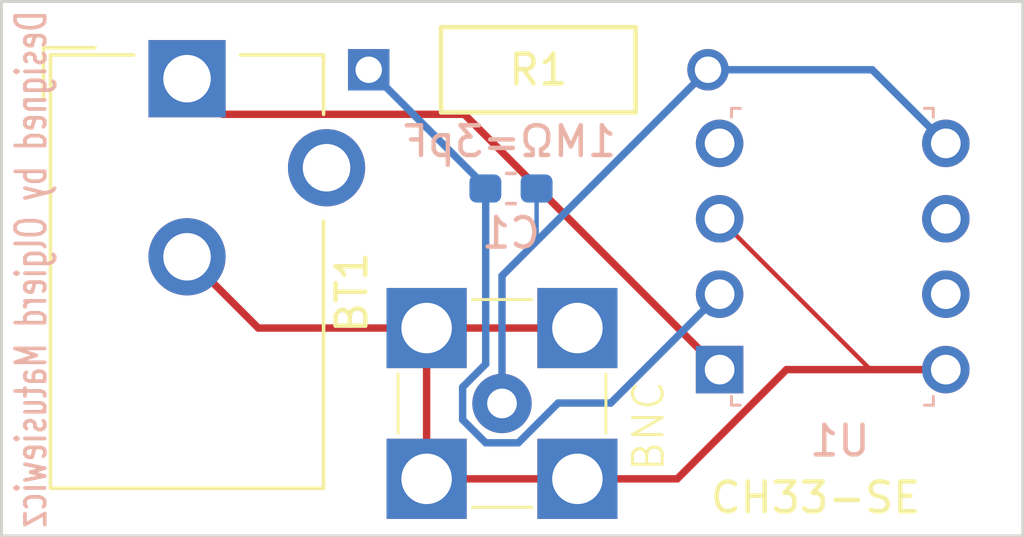
<source format=kicad_pcb>
(kicad_pcb (version 20241229) (generator "pcbnew") (generator_version "9.0")
  (layers (0 "F.Cu" signal) (2 "B.Cu" signal) (13 "F.Paste" user) (15 "B.Paste" user) (5 "F.SilkS" user "F.Silkscreen") (7 "B.SilkS" user "B.Silkscreen") (1 "F.Mask" user) (3 "B.Mask" user) (25 "Edge.Cuts" user))
  (net 0 "")
  (net 1 "GND")
  (net 2 "+9V")
  (net 5 "Net-(U1--IN)")
  (net 7 "Net-(U1-OUT)")
  (footprint "footprints:STA_CF14_STP" (layer "F.Cu") (at 143.57 111.5)
    (property "Reference" "R1" (at 5.715 0 0) (layer "F.SilkS"))
    (property "Value" "CF14JT5M10")
    (fp_line (start 2.4384 -1.4351) (end 2.4384 1.4351) (stroke (width 0.1524)) (layer "F.SilkS"))
    (fp_line (start 2.4384 1.4351) (end 8.9916 1.4351) (stroke (width 0.1524)) (layer "F.SilkS"))
    (fp_line (start 8.9916 -1.4351) (end 2.4384 -1.4351) (stroke (width 0.1524)) (layer "F.SilkS"))
    (fp_line (start 8.9916 1.4351) (end 8.9916 -1.4351) (stroke (width 0.1524)) (layer "F.SilkS"))
    (pad "1" thru_hole rect (at 0 0) (size 1.397 1.397) (drill 0.889) (layers "*.Cu" "*.Mask") (net 5 "Net-(U1--IN)"))
    (pad "2" thru_hole circle (at 11.43 0) (size 1.397 1.397) (drill 0.889) (layers "*.Cu" "*.Mask") (net 7 "Net-(U1-OUT)"))
  )
  (footprint "RF_Connectors_Footprints:SMB_Molex_0731000103_THT_RA" (layer "F.Cu") (at 148.06 122.74 180)
    (property "Reference" "BNC" (at -4.94 -0.76 90) (layer "F.SilkS") (effects (font (thickness 0.1))))
    (property "Value" "~" (hide yes))
    (fp_line (start 3.5 -1) (end 3.5 1) (stroke (width 0.1)) (layer "F.SilkS"))
    (fp_line (start 1 3.5) (end -1 3.5) (stroke (width 0.1)) (layer "F.SilkS"))
    (fp_line (start 1 -3.5) (end -1 -3.5) (stroke (width 0.1)) (layer "F.SilkS"))
    (fp_line (start -3.5 -1) (end -3.5 1) (stroke (width 0.1)) (layer "F.SilkS"))
    (pad "1" thru_hole rect (at -2.54 -2.54 270) (size 2.7 2.7) (drill 1.7) (layers "*.Cu" "*.Mask") (net 1 "GND"))
    (pad "1" thru_hole rect (at -2.54 2.54 270) (size 2.7 2.7) (drill 1.7) (layers "*.Cu" "*.Mask") (net 1 "GND"))
    (pad "1" thru_hole rect (at 2.54 -2.54 270) (size 2.7 2.7) (drill 1.7) (layers "*.Cu" "*.Mask") (net 1 "GND"))
    (pad "1" thru_hole rect (at 2.54 2.54 270) (size 2.7 2.7) (drill 1.7) (layers "*.Cu" "*.Mask") (net 1 "GND"))
    (pad "2" thru_hole circle (at 0 0 180) (size 2 2) (drill 1) (layers "*.Cu" "*.Mask") (net 7 "Net-(U1-OUT)"))
  )
  (footprint "Connector_BarrelJack:BarrelJack_CUI_PJ-102AH_Horizontal" (layer "F.Cu") (at 137.45 111.8)
    (property "Reference" "BT1" (at 5.55 7.2 90) (layer "F.SilkS"))
    (property "Value" "Battery_Cell")
    (fp_line (start -4.84 -1.04) (end -3.1 -1.04) (stroke (width 0.12)) (layer "F.SilkS"))
    (fp_line (start -4.84 0.7) (end -4.84 -1.04) (stroke (width 0.12)) (layer "F.SilkS"))
    (fp_line (start -4.6 -0.8) (end -1.8 -0.8) (stroke (width 0.12)) (layer "F.SilkS"))
    (fp_line (start -4.6 13.8) (end -4.6 -0.8) (stroke (width 0.12)) (layer "F.SilkS"))
    (fp_line (start 1.8 -0.8) (end 4.6 -0.8) (stroke (width 0.12)) (layer "F.SilkS"))
    (fp_line (start 4.6 -0.8) (end 4.6 1.2) (stroke (width 0.12)) (layer "F.SilkS"))
    (fp_line (start 4.6 4.8) (end 4.6 13.8) (stroke (width 0.12)) (layer "F.SilkS"))
    (fp_line (start 4.6 13.8) (end -4.6 13.8) (stroke (width 0.12)) (layer "F.SilkS"))
    (pad "1" thru_hole rect (at 0 0) (size 2.6 2.6) (drill 1.6) (layers "*.Cu" "*.Mask") (net 2 "+9V"))
    (pad "2" thru_hole circle (at 0 6) (size 2.6 2.6) (drill 1.6) (layers "*.Cu" "*.Mask") (net 1 "GND"))
    (pad "3" thru_hole circle (at 4.7 3) (size 2.6 2.6) (drill 1.6) (layers "*.Cu" "*.Mask"))
  )
  (footprint "Capacitor_SMD:C_0603_1608Metric_Pad1.08x0.95mm_HandSolder" (layer "B.Cu") (at 148.3625 115.5 180)
    (property "Reference" "C1" (at 0 -1.5 0) (layer "B.SilkS") (effects (justify mirror)))
    (property "Value" "C")
    (fp_line (start -0.146267 0.51) (end 0.146267 0.51) (stroke (width 0.12)) (layer "B.SilkS"))
    (fp_line (start -0.146267 -0.51) (end 0.146267 -0.51) (stroke (width 0.12)) (layer "B.SilkS"))
    (pad "1" smd roundrect (at -0.8625 0 180) (size 1.075 0.95) (layers "B.Cu" "B.Mask" "B.Paste") (net 7 "Net-(U1-OUT)"))
    (pad "2" smd roundrect (at 0.8625 0 180) (size 1.075 0.95) (layers "B.Cu" "B.Mask" "B.Paste") (net 5 "Net-(U1--IN)"))
  )
  (footprint "digikey-footprints:DIP-8_W7.62mm" (layer "B.Cu") (at 155.39 121.6)
    (property "Reference" "U1" (at 4.05 2.4 180) (layer "B.SilkS") (effects (justify mirror)))
    (property "Value" "OPT101P")
    (fp_line (start 0.4 -8.8) (end 0.7 -8.8) (stroke (width 0.1)) (layer "B.SilkS"))
    (fp_line (start 0.4 -8.5) (end 0.4 -8.8) (stroke (width 0.1)) (layer "B.SilkS"))
    (fp_line (start 0.4 0.9) (end 0.4 1.2) (stroke (width 0.1)) (layer "B.SilkS"))
    (fp_line (start 0.4 1.2) (end 0.7 1.2) (stroke (width 0.1)) (layer "B.SilkS"))
    (fp_line (start 7.2 -8.8) (end 6.9 -8.8) (stroke (width 0.1)) (layer "B.SilkS"))
    (fp_line (start 7.2 -8.5) (end 7.2 -8.8) (stroke (width 0.1)) (layer "B.SilkS"))
    (fp_line (start 7.2 0.9) (end 7.2 1.2) (stroke (width 0.1)) (layer "B.SilkS"))
    (fp_line (start 7.2 1.2) (end 6.9 1.2) (stroke (width 0.1)) (layer "B.SilkS"))
    (pad "1" thru_hole rect (at 0 0) (size 1.6 1.6) (drill 1) (layers "*.Cu" "*.Mask") (net 2 "+9V"))
    (pad "2" thru_hole circle (at 0 -2.54) (size 1.6 1.6) (drill 1) (layers "*.Cu" "*.Mask") (net 5 "Net-(U1--IN)"))
    (pad "3" thru_hole circle (at 0 -5.08) (size 1.6 1.6) (drill 1) (layers "*.Cu" "*.Mask") (net 1 "GND"))
    (pad "4" thru_hole circle (at 0 -7.62) (size 1.6 1.6) (drill 1) (layers "*.Cu" "*.Mask"))
    (pad "5" thru_hole circle (at 7.62 -7.62) (size 1.6 1.6) (drill 1) (layers "*.Cu" "*.Mask") (net 7 "Net-(U1-OUT)"))
    (pad "6" thru_hole circle (at 7.62 -5.08) (size 1.6 1.6) (drill 1) (layers "*.Cu" "*.Mask"))
    (pad "7" thru_hole circle (at 7.62 -2.54) (size 1.6 1.6) (drill 1) (layers "*.Cu" "*.Mask"))
    (pad "8" thru_hole circle (at 7.62 0) (size 1.6 1.6) (drill 1) (layers "*.Cu" "*.Mask") (net 1 "GND"))
  )
  (gr_rect (start 131.2 109.2) (end 165.6 127.2) (stroke (width 0.1)) (fill no) (layer "Edge.Cuts"))
  (gr_text "CH33-SE" (at 155 126.5 0) (layer "F.SilkS") (effects (font (size 1 1)) (justify left bottom)))
  (gr_text "1MΩ=3pF" (at 152 114.5 0) (layer "B.SilkS") (effects (font (size 1 1)) (justify left bottom mirror)))
  (gr_text "Designed by Olgierd Matusiewicz" (at 132.786778 109.437518 90) (layer "B.SilkS") (effects (font (size 1 0.7) (thickness 0.125)) (justify left bottom mirror)))
  (segment (start 157.642 121.6) (end 163.01 121.6) (width 0.25) (layer "F.Cu") (net 1))
  (segment (start 145.52 120.2) (end 145.52 125.28) (width 0.25) (layer "F.Cu") (net 1))
  (segment (start 150.6 125.28) (end 144.93 125.28) (width 0.25) (layer "F.Cu") (net 1))
  (segment (start 160.47 121.6) (end 155.39 116.52) (width 0.15) (layer "F.Cu") (net 1))
  (segment (start 163.01 121.6) (end 160.47 121.6) (width 0.15) (layer "F.Cu") (net 1))
  (segment (start 139.85 120.2) (end 137.45 117.8) (width 0.25) (layer "F.Cu") (net 1))
  (segment (start 145.52 120.2) (end 139.85 120.2) (width 0.25) (layer "F.Cu") (net 1))
  (segment (start 150.6 120.2) (end 145.52 120.2) (width 0.25) (layer "F.Cu") (net 1))
  (segment (start 153.962 125.28) (end 157.642 121.6) (width 0.25) (layer "F.Cu") (net 1))
  (segment (start 150.6 125.28) (end 153.962 125.28) (width 0.25) (layer "F.Cu") (net 1))
  (segment (start 155.39 121.39) (end 155.39 121.6) (width 0.25) (layer "F.Cu") (net 2))
  (segment (start 138.65 113) (end 137.45 111.8) (width 0.25) (layer "F.Cu") (net 2))
  (segment (start 146.79 113) (end 138.65 113) (width 0.25) (layer "F.Cu") (net 2))
  (segment (start 137.45 111.8) (end 137.45 112.45) (width 0.25) (layer "F.Cu") (net 2))
  (segment (start 155.39 121.6) (end 146.79 113) (width 0.25) (layer "F.Cu") (net 2))
  (segment (start 146.734 123.289248) (end 147.510752 124.066) (width 0.25) (layer "B.Cu") (net 5))
  (segment (start 148.609248 124.066) (end 149.949248 122.726) (width 0.25) (layer "B.Cu") (net 5))
  (segment (start 147.510752 115.440752) (end 147.510752 121.414) (width 0.25) (layer "B.Cu") (net 5))
  (segment (start 147.510752 121.414) (end 146.734 122.190752) (width 0.25) (layer "B.Cu") (net 5))
  (segment (start 151.724 122.726) (end 155.39 119.06) (width 0.25) (layer "B.Cu") (net 5))
  (segment (start 146.734 122.190752) (end 146.734 123.289248) (width 0.25) (layer "B.Cu") (net 5))
  (segment (start 149.949248 122.726) (end 151.724 122.726) (width 0.25) (layer "B.Cu") (net 5))
  (segment (start 143.57 111.5) (end 147.510752 115.440752) (width 0.25) (layer "B.Cu") (net 5))
  (segment (start 147.510752 124.066) (end 148.609248 124.066) (width 0.25) (layer "B.Cu") (net 5))
  (segment (start 163.01 113.98) (end 160.53 111.5) (width 0.25) (layer "B.Cu") (net 7))
  (segment (start 160.53 111.5) (end 155 111.5) (width 0.25) (layer "B.Cu") (net 7))
  (segment (start 155 111.5) (end 148.06 118.44) (width 0.25) (layer "B.Cu") (net 7))
  (segment (start 149.225 115.5) (end 149.225 117.275) (width 0.15) (layer "B.Cu") (net 7))
  (segment (start 149.225 117.275) (end 148.06 118.44) (width 0.15) (layer "B.Cu") (net 7))
  (segment (start 148.06 118.44) (end 148.06 122.74) (width 0.25) (layer "B.Cu") (net 7))
)
</source>
